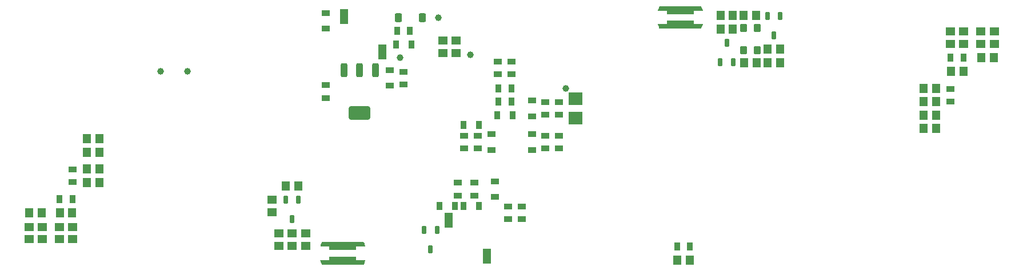
<source format=gbp>
G04*
G04 #@! TF.GenerationSoftware,Altium Limited,Altium Designer,24.2.2 (26)*
G04*
G04 Layer_Color=128*
%FSLAX44Y44*%
%MOMM*%
G71*
G04*
G04 #@! TF.SameCoordinates,29065ECF-91ED-40A2-A03B-0633D3A06584*
G04*
G04*
G04 #@! TF.FilePolarity,Positive*
G04*
G01*
G75*
%ADD17C,1.0000*%
%ADD19R,1.1500X1.3500*%
%ADD21R,1.3500X1.1500*%
G04:AMPARAMS|DCode=35|XSize=0.65mm|YSize=1.25mm|CornerRadius=0.1625mm|HoleSize=0mm|Usage=FLASHONLY|Rotation=0.000|XOffset=0mm|YOffset=0mm|HoleType=Round|Shape=RoundedRectangle|*
%AMROUNDEDRECTD35*
21,1,0.6500,0.9250,0,0,0.0*
21,1,0.3250,1.2500,0,0,0.0*
1,1,0.3250,0.1625,-0.4625*
1,1,0.3250,-0.1625,-0.4625*
1,1,0.3250,-0.1625,0.4625*
1,1,0.3250,0.1625,0.4625*
%
%ADD35ROUNDEDRECTD35*%
%ADD41R,0.9000X1.3000*%
%ADD42R,1.3000X0.9000*%
G04:AMPARAMS|DCode=98|XSize=3.3mm|YSize=2.1mm|CornerRadius=0.525mm|HoleSize=0mm|Usage=FLASHONLY|Rotation=180.000|XOffset=0mm|YOffset=0mm|HoleType=Round|Shape=RoundedRectangle|*
%AMROUNDEDRECTD98*
21,1,3.3000,1.0500,0,0,180.0*
21,1,2.2500,2.1000,0,0,180.0*
1,1,1.0500,-1.1250,0.5250*
1,1,1.0500,1.1250,0.5250*
1,1,1.0500,1.1250,-0.5250*
1,1,1.0500,-1.1250,-0.5250*
%
%ADD98ROUNDEDRECTD98*%
G04:AMPARAMS|DCode=99|XSize=1mm|YSize=2.1mm|CornerRadius=0.25mm|HoleSize=0mm|Usage=FLASHONLY|Rotation=180.000|XOffset=0mm|YOffset=0mm|HoleType=Round|Shape=RoundedRectangle|*
%AMROUNDEDRECTD99*
21,1,1.0000,1.6000,0,0,180.0*
21,1,0.5000,2.1000,0,0,180.0*
1,1,0.5000,-0.2500,0.8000*
1,1,0.5000,0.2500,0.8000*
1,1,0.5000,0.2500,-0.8000*
1,1,0.5000,-0.2500,-0.8000*
%
%ADD99ROUNDEDRECTD99*%
%ADD101R,2.0000X1.8500*%
%ADD102R,1.3000X2.2000*%
G04:AMPARAMS|DCode=103|XSize=1.2mm|YSize=1.1mm|CornerRadius=0.275mm|HoleSize=0mm|Usage=FLASHONLY|Rotation=90.000|XOffset=0mm|YOffset=0mm|HoleType=Round|Shape=RoundedRectangle|*
%AMROUNDEDRECTD103*
21,1,1.2000,0.5500,0,0,90.0*
21,1,0.6500,1.1000,0,0,90.0*
1,1,0.5500,0.2750,0.3250*
1,1,0.5500,0.2750,-0.3250*
1,1,0.5500,-0.2750,-0.3250*
1,1,0.5500,-0.2750,0.3250*
%
%ADD103ROUNDEDRECTD103*%
G04:AMPARAMS|DCode=104|XSize=1.3mm|YSize=1.1mm|CornerRadius=0.275mm|HoleSize=0mm|Usage=FLASHONLY|Rotation=270.000|XOffset=0mm|YOffset=0mm|HoleType=Round|Shape=RoundedRectangle|*
%AMROUNDEDRECTD104*
21,1,1.3000,0.5500,0,0,270.0*
21,1,0.7500,1.1000,0,0,270.0*
1,1,0.5500,-0.2750,-0.3750*
1,1,0.5500,-0.2750,0.3750*
1,1,0.5500,0.2750,0.3750*
1,1,0.5500,0.2750,-0.3750*
%
%ADD104ROUNDEDRECTD104*%
G36*
X533538Y135000D02*
X520000D01*
Y130000D01*
X480000D01*
Y135000D01*
X466460D01*
X466459Y135000D01*
X466716Y135864D01*
X467320Y137563D01*
X468010Y139228D01*
X468784Y140855D01*
X469213Y141648D01*
X469213D01*
X469210Y141650D01*
X530788D01*
Y141645D01*
X531216Y140853D01*
X531990Y139226D01*
X532678Y137561D01*
X533281Y135863D01*
X533538Y135000D01*
D01*
D02*
G37*
G36*
X466462Y115000D02*
X480000D01*
Y120000D01*
X520000D01*
Y115000D01*
X533540D01*
X533541Y115000D01*
X533283Y114136D01*
X532680Y112437D01*
X531990Y110772D01*
X531216Y109144D01*
X530787Y108352D01*
Y108352D01*
X530790Y108350D01*
X469212D01*
X469212Y108354D01*
X468783Y109147D01*
X468010Y110774D01*
X467321Y112439D01*
X466719Y114137D01*
X466462Y115000D01*
X466462Y115000D01*
D02*
G37*
G36*
X1033538Y485000D02*
X1020000D01*
Y480000D01*
X980000D01*
Y485000D01*
X966460D01*
X966459Y485000D01*
X966717Y485864D01*
X967320Y487563D01*
X968010Y489228D01*
X968784Y490855D01*
X969213Y491648D01*
X969213D01*
X969210Y491650D01*
X1030788D01*
Y491646D01*
X1031216Y490853D01*
X1031990Y489226D01*
X1032679Y487561D01*
X1033281Y485863D01*
X1033538Y485000D01*
D01*
D02*
G37*
G36*
X966462Y465000D02*
X980000D01*
Y470000D01*
X1020000D01*
Y465000D01*
X1033540D01*
X1033541Y465000D01*
X1033283Y464136D01*
X1032680Y462437D01*
X1031990Y460772D01*
X1031216Y459145D01*
X1030787Y458352D01*
Y458352D01*
X1030790Y458350D01*
X969212D01*
X969212Y458354D01*
X968783Y459147D01*
X968010Y460774D01*
X967321Y462439D01*
X966719Y464137D01*
X966462Y465000D01*
X966462Y465000D01*
D02*
G37*
D17*
X270000Y395000D02*
D03*
X230000D02*
D03*
X641250Y475000D02*
D03*
X585000Y415000D02*
D03*
X689236Y419581D02*
D03*
X830000Y370000D02*
D03*
D19*
X995750Y115000D02*
D03*
X1014250D02*
D03*
X415750Y225000D02*
D03*
X434250D02*
D03*
X1419250Y395000D02*
D03*
X1400750D02*
D03*
X80750Y185000D02*
D03*
X99250D02*
D03*
X1464250Y415000D02*
D03*
X1445750D02*
D03*
X35750Y185000D02*
D03*
X54250D02*
D03*
X1360750Y350004D02*
D03*
X1379250D02*
D03*
X139250Y250000D02*
D03*
X120750D02*
D03*
X1360750Y330000D02*
D03*
X1379250D02*
D03*
X139250Y275000D02*
D03*
X120750D02*
D03*
X1379250Y370000D02*
D03*
X1360750D02*
D03*
X120750Y230000D02*
D03*
X139250D02*
D03*
X1360750Y310005D02*
D03*
X1379250D02*
D03*
X139250Y295000D02*
D03*
X120750D02*
D03*
X1129500Y407709D02*
D03*
X1148000D02*
D03*
X1129500Y427709D02*
D03*
X1148000D02*
D03*
X1094500Y407709D02*
D03*
X1113000D02*
D03*
X1078000Y477709D02*
D03*
X1059500D02*
D03*
X1078000Y457709D02*
D03*
X1059500D02*
D03*
X1112250Y477709D02*
D03*
X1093750D02*
D03*
D21*
X647935Y422065D02*
D03*
Y440565D02*
D03*
X667935Y422065D02*
D03*
Y440565D02*
D03*
X395000Y204250D02*
D03*
Y185750D02*
D03*
X405000Y135750D02*
D03*
Y154250D02*
D03*
X425003Y135751D02*
D03*
Y154250D02*
D03*
X445000Y135750D02*
D03*
Y154250D02*
D03*
X1400000Y435750D02*
D03*
Y454250D02*
D03*
X100000Y164250D02*
D03*
Y145750D02*
D03*
X1465000Y454250D02*
D03*
Y435750D02*
D03*
X35000Y145750D02*
D03*
Y164250D02*
D03*
X1420000Y454250D02*
D03*
Y435750D02*
D03*
X80000Y145750D02*
D03*
Y164250D02*
D03*
X1445000Y454250D02*
D03*
Y435750D02*
D03*
X55000Y145750D02*
D03*
Y164250D02*
D03*
D35*
X425000Y175750D02*
D03*
X434500Y204250D02*
D03*
X415500D02*
D03*
X1138750Y448459D02*
D03*
X1148250Y476959D02*
D03*
X1129250D02*
D03*
X1068750Y436959D02*
D03*
X1059250Y408459D02*
D03*
X1078250D02*
D03*
X630000Y130750D02*
D03*
X639500Y159250D02*
D03*
X620500D02*
D03*
D41*
X995500Y135000D02*
D03*
X1014500D02*
D03*
X1400500Y415000D02*
D03*
X1419500D02*
D03*
X99500Y205000D02*
D03*
X80500D02*
D03*
X701500Y315000D02*
D03*
X678500D02*
D03*
X728500Y330000D02*
D03*
X751500D02*
D03*
X749501Y349983D02*
D03*
X730501D02*
D03*
X749500Y370000D02*
D03*
X730500D02*
D03*
X666500Y195000D02*
D03*
X643500D02*
D03*
X678500Y195000D02*
D03*
X701500D02*
D03*
X578500Y435000D02*
D03*
X601500D02*
D03*
X580500Y455000D02*
D03*
X599500D02*
D03*
D42*
X1400000Y369000D02*
D03*
Y350000D02*
D03*
X100000Y230500D02*
D03*
Y249500D02*
D03*
X725000Y208500D02*
D03*
Y231500D02*
D03*
X764996Y175499D02*
D03*
Y194499D02*
D03*
X745000Y175500D02*
D03*
Y194500D02*
D03*
X720000Y278500D02*
D03*
Y301500D02*
D03*
X700000Y299500D02*
D03*
Y280500D02*
D03*
X680000Y299500D02*
D03*
Y280500D02*
D03*
X780000Y351500D02*
D03*
Y328500D02*
D03*
X800000Y330500D02*
D03*
Y349500D02*
D03*
X820000Y330500D02*
D03*
Y349500D02*
D03*
X750000Y409500D02*
D03*
Y390500D02*
D03*
X730000Y409500D02*
D03*
Y390500D02*
D03*
X780000Y301500D02*
D03*
Y278500D02*
D03*
X819983Y280500D02*
D03*
Y299500D02*
D03*
X800000Y280500D02*
D03*
Y299500D02*
D03*
X570000Y373500D02*
D03*
Y396500D02*
D03*
X475000Y374500D02*
D03*
Y355500D02*
D03*
X590000Y394500D02*
D03*
Y375500D02*
D03*
X695000Y229500D02*
D03*
Y210500D02*
D03*
X670000Y229500D02*
D03*
Y210500D02*
D03*
X475000Y458500D02*
D03*
Y481500D02*
D03*
D98*
X525000Y333500D02*
D03*
D99*
X548000Y396500D02*
D03*
X525000D02*
D03*
X502000D02*
D03*
D101*
X845000Y325750D02*
D03*
Y354250D02*
D03*
D102*
X656683Y173933D02*
D03*
X713250Y121000D02*
D03*
X501683Y476433D02*
D03*
X558250Y423500D02*
D03*
D103*
X1093250Y425959D02*
D03*
X1114250D02*
D03*
X1114250Y459459D02*
D03*
X1093250D02*
D03*
D104*
X617500Y475000D02*
D03*
X582500D02*
D03*
M02*

</source>
